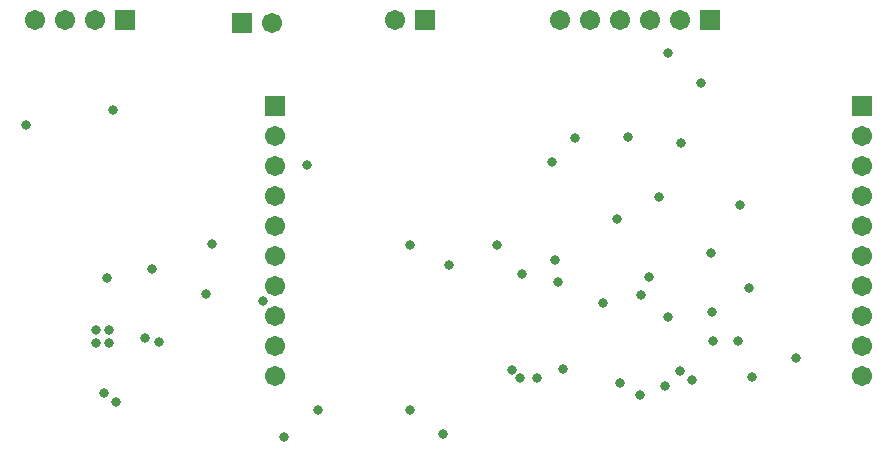
<source format=gbs>
%FSTAX23Y23*%
%MOIN*%
%SFA1B1*%

%IPPOS*%
%ADD50R,0.067060X0.067060*%
%ADD56C,0.067060*%
%ADD57R,0.067060X0.067060*%
%ADD58C,0.033000*%
%LNhanc_digital-1*%
%LPD*%
G54D50*
X06385Y04235D03*
X0443D03*
G54D56*
X06385Y04135D03*
Y03935D03*
Y03835D03*
Y03735D03*
Y03635D03*
Y03535D03*
Y03435D03*
Y03335D03*
Y04035D03*
X0443Y04135D03*
Y03935D03*
Y03835D03*
Y03735D03*
Y03635D03*
Y03535D03*
Y03435D03*
Y03335D03*
Y04035D03*
X0442Y0451D03*
X0383Y0452D03*
X0373D03*
X0363D03*
X0483D03*
X0538D03*
X0548D03*
X0558D03*
X0568D03*
X0578D03*
G54D57*
X0432Y0451D03*
X0393Y0452D03*
X0493D03*
X0588D03*
G54D58*
X0422Y03775D03*
X0488Y0377D03*
X0517D03*
X0402Y0369D03*
X0387Y0366D03*
X03833Y03486D03*
X03876D03*
X03833Y03443D03*
X03876D03*
X0446Y0313D03*
X0499Y0314D03*
X0488Y0322D03*
X05428Y04127D03*
X04536Y04036D03*
X0557Y03858D03*
X0501Y03705D03*
X05884Y03745D03*
X06008Y03629D03*
X0602Y0333D03*
X05373Y03649D03*
X042Y03606D03*
X05254Y03675D03*
X04043Y03449D03*
X05974Y03452D03*
X05645Y0327D03*
X04574Y03221D03*
X05978Y03903D03*
X05886Y03546D03*
X04389Y03585D03*
X05675Y03663D03*
X05388Y03358D03*
X03899Y03249D03*
X05219Y03354D03*
X05362Y0372D03*
X06167Y03393D03*
X05304Y03326D03*
X05245D03*
X05352Y04046D03*
X0558Y0331D03*
X03859Y03279D03*
X05521Y03578D03*
X05649Y03605D03*
X0574Y0353D03*
X0589Y0345D03*
X0573Y033D03*
X0582Y0332D03*
X0578Y0335D03*
X03996Y03461D03*
X0389Y0422D03*
X036Y0417D03*
X0574Y0441D03*
X0585Y0431D03*
X05605Y0413D03*
X0571Y0393D03*
X05783Y0411D03*
M02*
</source>
